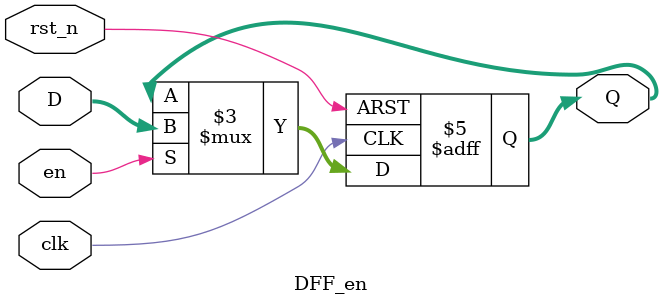
<source format=v>
module DFF_en #(parameter
	L_datain = 16,
	L_dataout = L_datain
)(
	output reg  [L_dataout-1: 0] Q,
	input  [L_datain-1: 0] D,
	input clk,
	input rst_n,
	input en
);
always @(posedge clk or negedge rst_n) begin
	if(!rst_n) begin
		Q <= 0;
	end
	else begin
		if(en) begin
			Q <= D;
		end
	end
		
end
endmodule



</source>
